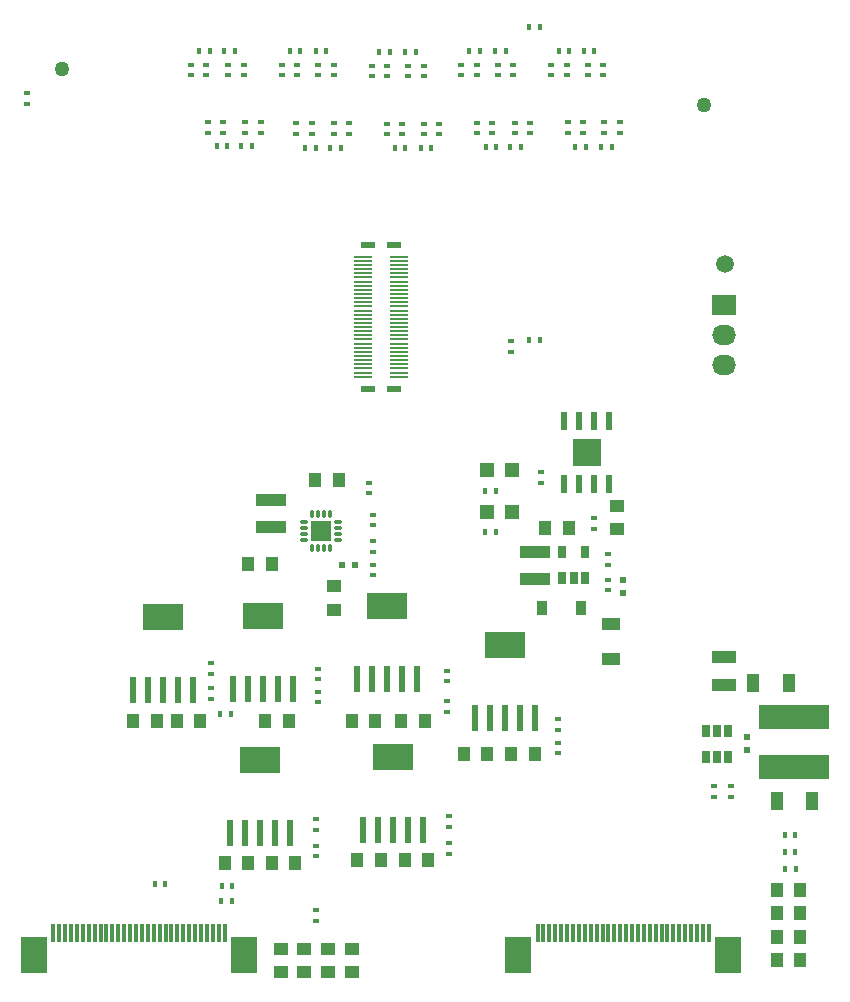
<source format=gts>
G04 #@! TF.FileFunction,Soldermask,Top*
%FSLAX46Y46*%
G04 Gerber Fmt 4.6, Leading zero omitted, Abs format (unit mm)*
G04 Created by KiCad (PCBNEW 4.0.4-stable) date Mon Nov 14 15:58:05 2016*
%MOMM*%
%LPD*%
G01*
G04 APERTURE LIST*
%ADD10C,0.100000*%
%ADD11R,1.600000X0.200000*%
%ADD12R,1.200000X0.600000*%
%ADD13C,1.270000*%
%ADD14R,0.300000X1.500000*%
%ADD15R,2.300000X3.100000*%
%ADD16R,0.600000X0.400000*%
%ADD17R,1.000000X1.250000*%
%ADD18R,0.600000X0.500000*%
%ADD19R,0.500000X0.600000*%
%ADD20R,1.600000X1.000000*%
%ADD21R,1.250000X1.000000*%
%ADD22R,2.540000X1.021080*%
%ADD23R,0.400000X0.600000*%
%ADD24R,0.650000X1.060000*%
%ADD25O,0.300000X0.750000*%
%ADD26O,0.750000X0.300000*%
%ADD27R,0.900000X0.900000*%
%ADD28R,0.600000X1.550000*%
%ADD29R,1.175000X1.175000*%
%ADD30R,0.910000X1.220000*%
%ADD31R,0.600000X2.200000*%
%ADD32R,3.500000X2.200000*%
%ADD33R,1.198880X1.198880*%
%ADD34C,1.500000*%
%ADD35R,2.032000X1.727200*%
%ADD36O,2.032000X1.727200*%
%ADD37R,1.000000X1.600000*%
%ADD38R,2.029460X1.140460*%
%ADD39R,6.000000X2.000000*%
G04 APERTURE END LIST*
D10*
D11*
X197000000Y-112075000D03*
X197000000Y-111725000D03*
X197000000Y-111375000D03*
X197000000Y-111025000D03*
X197000000Y-110675000D03*
X197000000Y-110325000D03*
X197000000Y-109975000D03*
X197000000Y-109625000D03*
X197000000Y-109275000D03*
X197000000Y-108925000D03*
X197000000Y-108575000D03*
X197000000Y-108225000D03*
X197000000Y-107875000D03*
X197000000Y-107525000D03*
X197000000Y-107175000D03*
X197000000Y-106825000D03*
X197000000Y-106475000D03*
X197000000Y-106125000D03*
X197000000Y-105775000D03*
X197000000Y-105425000D03*
X197000000Y-105075000D03*
X197000000Y-104725000D03*
X197000000Y-104375000D03*
X197000000Y-104025000D03*
X197000000Y-103675000D03*
X197000000Y-103325000D03*
X197000000Y-102975000D03*
X197000000Y-102625000D03*
X197000000Y-102275000D03*
X197000000Y-101925000D03*
X200000000Y-112075000D03*
X200000000Y-111725000D03*
X200000000Y-111375000D03*
X200000000Y-111025000D03*
X200000000Y-110675000D03*
X200000000Y-110325000D03*
X200000000Y-109975000D03*
X200000000Y-109625000D03*
X200000000Y-109275000D03*
X200000000Y-108925000D03*
X200000000Y-108575000D03*
X200000000Y-108225000D03*
X200000000Y-107875000D03*
X200000000Y-107525000D03*
X200000000Y-107175000D03*
X200000000Y-106825000D03*
X200000000Y-106475000D03*
X200000000Y-106125000D03*
X200000000Y-105775000D03*
X200000000Y-105425000D03*
X200000000Y-105075000D03*
X200000000Y-104725000D03*
X200000000Y-104375000D03*
X200000000Y-104025000D03*
X200000000Y-103675000D03*
X200000000Y-103325000D03*
X200000000Y-102975000D03*
X200000000Y-102625000D03*
X200000000Y-102275000D03*
X200000000Y-101925000D03*
D12*
X197400000Y-113100000D03*
X199600000Y-113100000D03*
X197400000Y-100900000D03*
X199600000Y-100900000D03*
D13*
X171470000Y-85990000D03*
X225850000Y-89040000D03*
D14*
X185250000Y-159150000D03*
X184750000Y-159150000D03*
X184250000Y-159150000D03*
X183750000Y-159150000D03*
X183250000Y-159150000D03*
X182750000Y-159150000D03*
X182250000Y-159150000D03*
X181750000Y-159150000D03*
X181250000Y-159150000D03*
X180750000Y-159150000D03*
X180250000Y-159150000D03*
X179750000Y-159150000D03*
X179250000Y-159150000D03*
X178750000Y-159150000D03*
X178250000Y-159150000D03*
X177750000Y-159150000D03*
X177250000Y-159150000D03*
X176750000Y-159150000D03*
X176250000Y-159150000D03*
X175750000Y-159150000D03*
X175250000Y-159150000D03*
X174750000Y-159150000D03*
X174250000Y-159150000D03*
X173750000Y-159150000D03*
X173250000Y-159150000D03*
X172750000Y-159150000D03*
X172250000Y-159150000D03*
X171750000Y-159150000D03*
X171250000Y-159150000D03*
X170750000Y-159150000D03*
D15*
X169100000Y-161050000D03*
X186900000Y-161050000D03*
D16*
X197700000Y-85750000D03*
X197700000Y-86650000D03*
X194520000Y-91530000D03*
X194520000Y-90630000D03*
D17*
X212400000Y-124930000D03*
X214400000Y-124930000D03*
X189250000Y-127900000D03*
X187250000Y-127900000D03*
D18*
X195190000Y-127980000D03*
X196290000Y-127980000D03*
D19*
X219000000Y-130380000D03*
X219000000Y-129280000D03*
D20*
X218000000Y-133000000D03*
X218000000Y-136000000D03*
D17*
X194910000Y-120840000D03*
X192910000Y-120840000D03*
D21*
X194520000Y-131800000D03*
X194520000Y-129800000D03*
D22*
X211500000Y-129175540D03*
X211500000Y-126884460D03*
X189180000Y-122504460D03*
X189180000Y-124795540D03*
D16*
X183820000Y-91410000D03*
X183820000Y-90510000D03*
X185120000Y-91410000D03*
X185120000Y-90510000D03*
X187020000Y-91410000D03*
X187020000Y-90510000D03*
X188320000Y-91410000D03*
X188320000Y-90510000D03*
X212900000Y-85650000D03*
X212900000Y-86550000D03*
X214200000Y-85650000D03*
X214200000Y-86550000D03*
X216000000Y-85650000D03*
X216000000Y-86550000D03*
X217300000Y-85650000D03*
X217300000Y-86550000D03*
X214300000Y-91450000D03*
X214300000Y-90550000D03*
X215600000Y-91450000D03*
X215600000Y-90550000D03*
X217400000Y-91450000D03*
X217400000Y-90550000D03*
X218700000Y-91450000D03*
X218700000Y-90550000D03*
X182370000Y-85650000D03*
X182370000Y-86550000D03*
X183670000Y-85650000D03*
X183670000Y-86550000D03*
X185570000Y-85650000D03*
X185570000Y-86550000D03*
X186870000Y-85650000D03*
X186870000Y-86550000D03*
X190100000Y-85650000D03*
X190100000Y-86550000D03*
X191400000Y-85650000D03*
X191400000Y-86550000D03*
X193200000Y-85650000D03*
X193200000Y-86550000D03*
X194500000Y-85650000D03*
X194500000Y-86550000D03*
D23*
X184570000Y-92560000D03*
X185470000Y-92560000D03*
X186670000Y-92560000D03*
X187570000Y-92560000D03*
X213550000Y-84500000D03*
X214450000Y-84500000D03*
X215650000Y-84500000D03*
X216550000Y-84500000D03*
X214950000Y-92600000D03*
X215850000Y-92600000D03*
X217150000Y-92600000D03*
X218050000Y-92600000D03*
X183120000Y-84500000D03*
X184020000Y-84500000D03*
X185220000Y-84500000D03*
X186120000Y-84500000D03*
X190750000Y-84500000D03*
X191650000Y-84500000D03*
X192950000Y-84500000D03*
X193850000Y-84500000D03*
D16*
X205300000Y-85650000D03*
X205300000Y-86550000D03*
X206600000Y-85650000D03*
X206600000Y-86550000D03*
X208400000Y-85650000D03*
X208400000Y-86550000D03*
X209700000Y-85650000D03*
X209700000Y-86550000D03*
X199000000Y-85750000D03*
X199000000Y-86650000D03*
X200800000Y-85750000D03*
X200800000Y-86650000D03*
X202100000Y-85750000D03*
X202100000Y-86650000D03*
X191320000Y-91530000D03*
X191320000Y-90630000D03*
X192620000Y-91530000D03*
X192620000Y-90630000D03*
X195820000Y-91530000D03*
X195820000Y-90630000D03*
X206600000Y-91460000D03*
X206600000Y-90560000D03*
X207900000Y-91460000D03*
X207900000Y-90560000D03*
X209800000Y-91460000D03*
X209800000Y-90560000D03*
X211100000Y-91460000D03*
X211100000Y-90560000D03*
X199000000Y-91550000D03*
X199000000Y-90650000D03*
X200300000Y-91550000D03*
X200300000Y-90650000D03*
X202100000Y-91550000D03*
X202100000Y-90650000D03*
X203400000Y-91550000D03*
X203400000Y-90650000D03*
D23*
X205950000Y-84500000D03*
X206850000Y-84500000D03*
X208150000Y-84500000D03*
X209050000Y-84500000D03*
X198350000Y-84600000D03*
X199250000Y-84600000D03*
X200550000Y-84600000D03*
X201450000Y-84600000D03*
X192070000Y-92680000D03*
X192970000Y-92680000D03*
X194170000Y-92680000D03*
X195070000Y-92680000D03*
X207350000Y-92610000D03*
X208250000Y-92610000D03*
X209450000Y-92610000D03*
X210350000Y-92610000D03*
X199650000Y-92700000D03*
X200550000Y-92700000D03*
X201850000Y-92700000D03*
X202750000Y-92700000D03*
D16*
X216500000Y-124080000D03*
X216500000Y-124980000D03*
X217700000Y-129280000D03*
X217700000Y-130180000D03*
X217700000Y-127080000D03*
X217700000Y-127980000D03*
X197780000Y-123760000D03*
X197780000Y-124660000D03*
X197830000Y-126020000D03*
X197830000Y-126920000D03*
X197850000Y-128000000D03*
X197850000Y-128900000D03*
D24*
X213850000Y-129130000D03*
X214800000Y-129130000D03*
X215750000Y-129130000D03*
X215750000Y-126930000D03*
X213850000Y-126930000D03*
D25*
X192660000Y-126615000D03*
X193160000Y-126615000D03*
X193660000Y-126615000D03*
X194160000Y-126615000D03*
D26*
X194885000Y-125890000D03*
X194885000Y-125390000D03*
X194885000Y-124890000D03*
X194885000Y-124390000D03*
D25*
X194160000Y-123665000D03*
X193660000Y-123665000D03*
X193160000Y-123665000D03*
X192660000Y-123665000D03*
D26*
X191935000Y-124390000D03*
X191935000Y-124890000D03*
X191935000Y-125390000D03*
X191935000Y-125890000D03*
D27*
X193860000Y-124690000D03*
X192960000Y-124690000D03*
X193860000Y-125590000D03*
X192960000Y-125590000D03*
D28*
X213995000Y-121200000D03*
X215265000Y-121200000D03*
X216535000Y-121200000D03*
X217805000Y-121200000D03*
X217805000Y-115800000D03*
X216535000Y-115800000D03*
X215265000Y-115800000D03*
X213995000Y-115800000D03*
D29*
X216487500Y-117912500D03*
X215312500Y-117912500D03*
X216487500Y-119087500D03*
X215312500Y-119087500D03*
D30*
X215435000Y-131630000D03*
X212165000Y-131630000D03*
D17*
X196000000Y-141200000D03*
X198000000Y-141200000D03*
X202200000Y-141200000D03*
X200200000Y-141200000D03*
D16*
X197500000Y-121950000D03*
X197500000Y-121050000D03*
X212000000Y-120150000D03*
X212000000Y-121050000D03*
X209500000Y-109950000D03*
X209500000Y-109050000D03*
D23*
X211950000Y-109000000D03*
X211050000Y-109000000D03*
D16*
X204040000Y-140460000D03*
X204040000Y-139560000D03*
X204050000Y-137860000D03*
X204050000Y-136960000D03*
D31*
X196460000Y-137700000D03*
X197730000Y-137700000D03*
X199000000Y-137700000D03*
X200270000Y-137700000D03*
X201540000Y-137700000D03*
D32*
X199000000Y-131500000D03*
D17*
X196500000Y-153000000D03*
X198500000Y-153000000D03*
X211500000Y-144000000D03*
X209500000Y-144000000D03*
X205500000Y-144000000D03*
X207500000Y-144000000D03*
X202500000Y-153000000D03*
X200500000Y-153000000D03*
X185250000Y-153250000D03*
X187250000Y-153250000D03*
X191250000Y-153250000D03*
X189250000Y-153250000D03*
D23*
X180240000Y-155070000D03*
X179340000Y-155070000D03*
D16*
X213500000Y-143950000D03*
X213500000Y-143050000D03*
X213500000Y-141950000D03*
X213500000Y-141050000D03*
D23*
X232680000Y-150910000D03*
X233580000Y-150910000D03*
D16*
X204250000Y-152450000D03*
X204250000Y-151550000D03*
X204250000Y-150200000D03*
X204250000Y-149300000D03*
X193000000Y-152700000D03*
X193000000Y-151800000D03*
X193000000Y-150450000D03*
X193000000Y-149550000D03*
D31*
X206460000Y-141000000D03*
X207730000Y-141000000D03*
X209000000Y-141000000D03*
X210270000Y-141000000D03*
X211540000Y-141000000D03*
D32*
X209000000Y-134800000D03*
D31*
X196960000Y-150500000D03*
X198230000Y-150500000D03*
X199500000Y-150500000D03*
X200770000Y-150500000D03*
X202040000Y-150500000D03*
D32*
X199500000Y-144300000D03*
D31*
X185710000Y-150750000D03*
X186980000Y-150750000D03*
X188250000Y-150750000D03*
X189520000Y-150750000D03*
X190790000Y-150750000D03*
D32*
X188250000Y-144550000D03*
D14*
X226250000Y-159150000D03*
X225750000Y-159150000D03*
X225250000Y-159150000D03*
X224750000Y-159150000D03*
X224250000Y-159150000D03*
X223750000Y-159150000D03*
X223250000Y-159150000D03*
X222750000Y-159150000D03*
X222250000Y-159150000D03*
X221750000Y-159150000D03*
X221250000Y-159150000D03*
X220750000Y-159150000D03*
X220250000Y-159150000D03*
X219750000Y-159150000D03*
X219250000Y-159150000D03*
X218750000Y-159150000D03*
X218250000Y-159150000D03*
X217750000Y-159150000D03*
X217250000Y-159150000D03*
X216750000Y-159150000D03*
X216250000Y-159150000D03*
X215750000Y-159150000D03*
X215250000Y-159150000D03*
X214750000Y-159150000D03*
X214250000Y-159150000D03*
X213750000Y-159150000D03*
X213250000Y-159150000D03*
X212750000Y-159150000D03*
X212250000Y-159150000D03*
X211750000Y-159150000D03*
D15*
X210100000Y-161050000D03*
X227900000Y-161050000D03*
D21*
X190000000Y-162500000D03*
X190000000Y-160500000D03*
X192000000Y-162500000D03*
X192000000Y-160500000D03*
X194000000Y-162500000D03*
X194000000Y-160500000D03*
D17*
X234000000Y-155500000D03*
X232000000Y-155500000D03*
X234000000Y-161500000D03*
X232000000Y-161500000D03*
X234000000Y-159500000D03*
X232000000Y-159500000D03*
X234000000Y-157500000D03*
X232000000Y-157500000D03*
D21*
X196000000Y-162500000D03*
X196000000Y-160500000D03*
D23*
X184970000Y-156490000D03*
X185870000Y-156490000D03*
X184990000Y-155220000D03*
X185890000Y-155220000D03*
D16*
X193030000Y-157240000D03*
X193030000Y-158140000D03*
D23*
X232690000Y-153740000D03*
X233590000Y-153740000D03*
X232660000Y-152340000D03*
X233560000Y-152340000D03*
D33*
X207450980Y-123500000D03*
X209549020Y-123500000D03*
X207450980Y-120000000D03*
X209549020Y-120000000D03*
D23*
X208200000Y-125250000D03*
X207300000Y-125250000D03*
X208200000Y-121750000D03*
X207300000Y-121750000D03*
D21*
X218500000Y-125000000D03*
X218500000Y-123000000D03*
D17*
X190700000Y-141200000D03*
X188700000Y-141200000D03*
D34*
X227600000Y-102500000D03*
D35*
X227500000Y-106000000D03*
D36*
X227500000Y-108540000D03*
X227500000Y-111080000D03*
D16*
X193200000Y-136800000D03*
X193200000Y-137700000D03*
X193200000Y-138750000D03*
X193200000Y-139650000D03*
D31*
X185960000Y-138500000D03*
X187230000Y-138500000D03*
X188500000Y-138500000D03*
X189770000Y-138500000D03*
X191040000Y-138500000D03*
D32*
X188500000Y-132300000D03*
D23*
X184870000Y-140620000D03*
X185770000Y-140620000D03*
D17*
X177500000Y-141200000D03*
X179500000Y-141200000D03*
X183200000Y-141200000D03*
X181200000Y-141200000D03*
D37*
X230000000Y-138000000D03*
X233000000Y-138000000D03*
D19*
X229460000Y-143650000D03*
X229460000Y-142550000D03*
D37*
X232000000Y-148000000D03*
X235000000Y-148000000D03*
D38*
X227500000Y-135796040D03*
X227500000Y-138203960D03*
D39*
X233500000Y-140850000D03*
X233500000Y-145150000D03*
D16*
X168500000Y-88950000D03*
X168500000Y-88050000D03*
D23*
X211950000Y-82500000D03*
X211050000Y-82500000D03*
D16*
X184100000Y-139350000D03*
X184100000Y-138450000D03*
X184100000Y-137250000D03*
X184100000Y-136350000D03*
X228100000Y-147650000D03*
X228100000Y-146750000D03*
X226700000Y-146750000D03*
X226700000Y-147650000D03*
D31*
X177460000Y-138600000D03*
X178730000Y-138600000D03*
X180000000Y-138600000D03*
X181270000Y-138600000D03*
X182540000Y-138600000D03*
D32*
X180000000Y-132400000D03*
D24*
X227890000Y-142040000D03*
X226940000Y-142040000D03*
X225990000Y-142040000D03*
X225990000Y-144240000D03*
X227890000Y-144240000D03*
X226940000Y-144240000D03*
M02*

</source>
